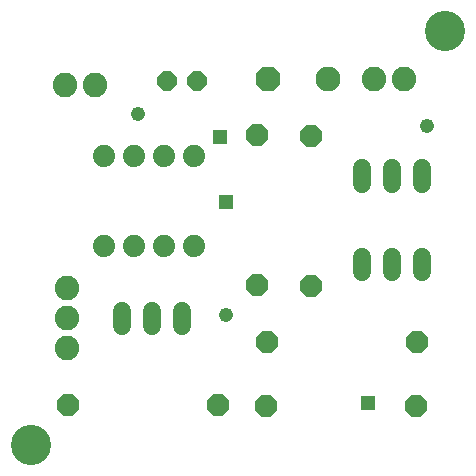
<source format=gbs>
G75*
%MOIN*%
%OFA0B0*%
%FSLAX24Y24*%
%IPPOS*%
%LPD*%
%AMOC8*
5,1,8,0,0,1.08239X$1,22.5*
%
%ADD10C,0.1340*%
%ADD11C,0.0820*%
%ADD12OC8,0.0740*%
%ADD13C,0.0830*%
%ADD14OC8,0.0830*%
%ADD15OC8,0.0640*%
%ADD16C,0.0740*%
%ADD17C,0.0600*%
%ADD18C,0.0476*%
%ADD19R,0.0476X0.0476*%
D10*
X001952Y001795D03*
X015731Y015574D03*
D11*
X014361Y013988D03*
X013361Y013988D03*
X004066Y013791D03*
X003066Y013791D03*
X003145Y007015D03*
X003145Y006015D03*
X003145Y005015D03*
D12*
X003168Y003106D03*
X008168Y003106D03*
X009759Y003090D03*
X009798Y005216D03*
X009487Y007098D03*
X011267Y007082D03*
X014798Y005216D03*
X014759Y003090D03*
X011267Y012082D03*
X009487Y012098D03*
D13*
X011845Y013964D03*
D14*
X009845Y013964D03*
D15*
X007483Y013917D03*
X006483Y013917D03*
D16*
X006369Y011397D03*
X005369Y011397D03*
X004369Y011397D03*
X004369Y008397D03*
X005369Y008397D03*
X006369Y008397D03*
X007369Y008397D03*
X007369Y011397D03*
D17*
X006987Y006263D02*
X006987Y005743D01*
X005987Y005743D02*
X005987Y006263D01*
X004987Y006263D02*
X004987Y005743D01*
X012960Y007531D02*
X012960Y008051D01*
X013960Y008051D02*
X013960Y007531D01*
X014960Y007531D02*
X014960Y008051D01*
X014960Y010484D02*
X014960Y011004D01*
X013960Y011004D02*
X013960Y010484D01*
X012960Y010484D02*
X012960Y011004D01*
D18*
X015141Y012425D03*
X008448Y006126D03*
X005495Y012818D03*
D19*
X008251Y012031D03*
X008448Y009866D03*
X013172Y003173D03*
M02*

</source>
